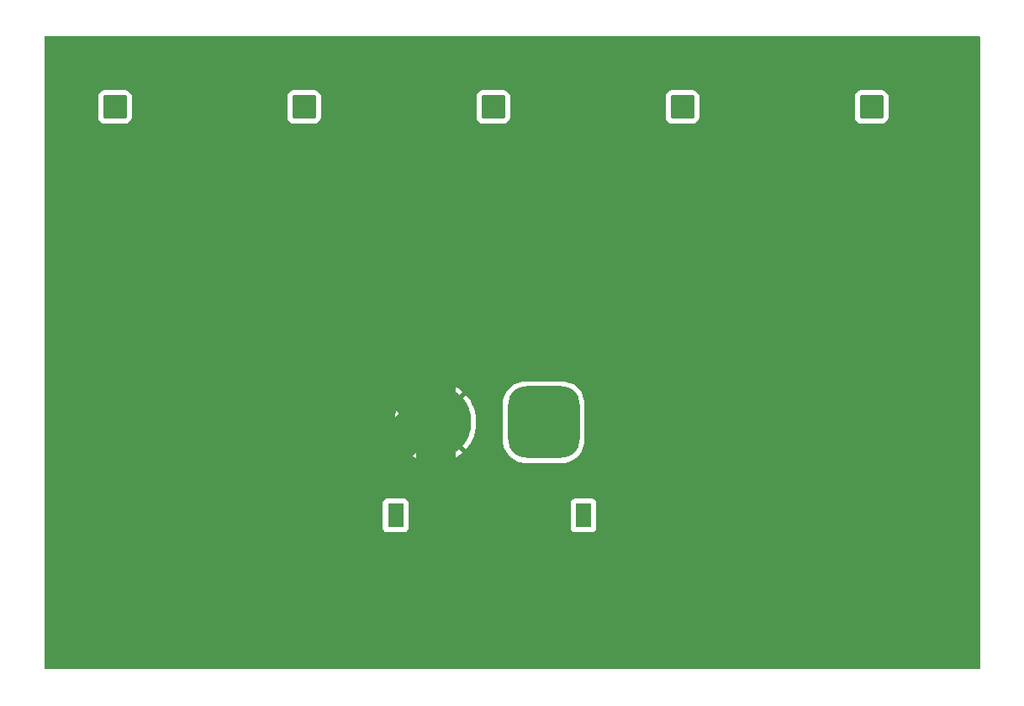
<source format=gbr>
%TF.GenerationSoftware,KiCad,Pcbnew,9.0.2*%
%TF.CreationDate,2025-08-22T13:53:24+02:00*%
%TF.ProjectId,PSU to buck,50535520-746f-4206-9275-636b2e6b6963,rev?*%
%TF.SameCoordinates,Original*%
%TF.FileFunction,Copper,L2,Bot*%
%TF.FilePolarity,Positive*%
%FSLAX46Y46*%
G04 Gerber Fmt 4.6, Leading zero omitted, Abs format (unit mm)*
G04 Created by KiCad (PCBNEW 9.0.2) date 2025-08-22 13:53:24*
%MOMM*%
%LPD*%
G01*
G04 APERTURE LIST*
G04 Aperture macros list*
%AMRoundRect*
0 Rectangle with rounded corners*
0 $1 Rounding radius*
0 $2 $3 $4 $5 $6 $7 $8 $9 X,Y pos of 4 corners*
0 Add a 4 corners polygon primitive as box body*
4,1,4,$2,$3,$4,$5,$6,$7,$8,$9,$2,$3,0*
0 Add four circle primitives for the rounded corners*
1,1,$1+$1,$2,$3*
1,1,$1+$1,$4,$5*
1,1,$1+$1,$6,$7*
1,1,$1+$1,$8,$9*
0 Add four rect primitives between the rounded corners*
20,1,$1+$1,$2,$3,$4,$5,0*
20,1,$1+$1,$4,$5,$6,$7,0*
20,1,$1+$1,$6,$7,$8,$9,0*
20,1,$1+$1,$8,$9,$2,$3,0*%
G04 Aperture macros list end*
%TA.AperFunction,ComponentPad*%
%ADD10RoundRect,1.800000X1.800000X1.800000X-1.800000X1.800000X-1.800000X-1.800000X1.800000X-1.800000X0*%
%TD*%
%TA.AperFunction,ComponentPad*%
%ADD11C,7.200000*%
%TD*%
%TA.AperFunction,ComponentPad*%
%ADD12R,1.600000X2.400000*%
%TD*%
%TA.AperFunction,ComponentPad*%
%ADD13RoundRect,0.250001X-0.949999X-0.949999X0.949999X-0.949999X0.949999X0.949999X-0.949999X0.949999X0*%
%TD*%
%TA.AperFunction,ComponentPad*%
%ADD14C,2.400000*%
%TD*%
%TA.AperFunction,Conductor*%
%ADD15C,4.000000*%
%TD*%
G04 APERTURE END LIST*
D10*
%TO.P,J1,1,Pin_1*%
%TO.N,+12V*%
X82550000Y-82550000D03*
D11*
%TO.P,J1,2,Pin_2*%
%TO.N,GND*%
X71650002Y-82550000D03*
D12*
%TO.P,J1,MP*%
%TO.N,N/C*%
X86550000Y-91950000D03*
X67650000Y-91950000D03*
%TD*%
D13*
%TO.P,J3,1,Pin_1*%
%TO.N,+12V*%
X58420000Y-50800000D03*
D14*
%TO.P,J3,2,Pin_2*%
%TO.N,GND*%
X63500000Y-50800000D03*
%TD*%
D13*
%TO.P,J6,1,Pin_1*%
%TO.N,+12V*%
X115570000Y-50800000D03*
D14*
%TO.P,J6,2,Pin_2*%
%TO.N,GND*%
X120650000Y-50800000D03*
%TD*%
D13*
%TO.P,J5,1,Pin_1*%
%TO.N,+12V*%
X96520000Y-50800000D03*
D14*
%TO.P,J5,2,Pin_2*%
%TO.N,GND*%
X101600000Y-50800000D03*
%TD*%
D13*
%TO.P,J2,1,Pin_1*%
%TO.N,+12V*%
X39370000Y-50800000D03*
D14*
%TO.P,J2,2,Pin_2*%
%TO.N,GND*%
X44450000Y-50800000D03*
%TD*%
D13*
%TO.P,J4,1,Pin_1*%
%TO.N,+12V*%
X77470000Y-50800000D03*
D14*
%TO.P,J4,2,Pin_2*%
%TO.N,GND*%
X82550000Y-50800000D03*
%TD*%
D15*
%TO.N,GND*%
X69850000Y-101600000D02*
X71650002Y-99799998D01*
X57150000Y-63500000D02*
X44450000Y-63500000D01*
X38100000Y-101600000D02*
X69850000Y-101600000D01*
X44450000Y-57150000D02*
X38100000Y-63500000D01*
X69850000Y-63500000D02*
X63500000Y-69850000D01*
X63500000Y-69850000D02*
X63500000Y-74399998D01*
X63500000Y-88900000D02*
X69850000Y-82550000D01*
X71650002Y-99799998D02*
X71650002Y-82550000D01*
X44450000Y-95250000D02*
X63500000Y-95250000D01*
X101600000Y-50800000D02*
X101600000Y-63500000D01*
X88900000Y-69850000D02*
X76200000Y-69850000D01*
X120650000Y-101600000D02*
X82550000Y-101600000D01*
X38100000Y-63500000D02*
X38100000Y-101600000D01*
X63500000Y-57150000D02*
X57150000Y-63500000D01*
X63500000Y-74399998D02*
X71650002Y-82550000D01*
X82550000Y-101600000D02*
X71650002Y-90700002D01*
X44450000Y-63500000D02*
X44450000Y-95250000D01*
X82550000Y-50800000D02*
X82550000Y-63500000D01*
X44450000Y-50800000D02*
X44450000Y-57150000D01*
X76200000Y-69850000D02*
X71650002Y-74399998D01*
X71650002Y-90700002D02*
X71650002Y-82550000D01*
X63500000Y-95250000D02*
X63500000Y-88900000D01*
X69850000Y-82550000D02*
X71650002Y-82550000D01*
X63500000Y-50800000D02*
X63500000Y-57150000D01*
X120650000Y-50800000D02*
X120650000Y-101600000D01*
X82550000Y-63500000D02*
X69850000Y-63500000D01*
X95250000Y-63500000D02*
X88900000Y-69850000D01*
X101600000Y-63500000D02*
X95250000Y-63500000D01*
X71650002Y-74399998D02*
X71650002Y-82550000D01*
%TD*%
%TA.AperFunction,Conductor*%
%TO.N,GND*%
G36*
X126442539Y-43700185D02*
G01*
X126488294Y-43752989D01*
X126499500Y-43804500D01*
X126499500Y-107325500D01*
X126479815Y-107392539D01*
X126427011Y-107438294D01*
X126375500Y-107449500D01*
X32374500Y-107449500D01*
X32307461Y-107429815D01*
X32261706Y-107377011D01*
X32250500Y-107325500D01*
X32250500Y-90702135D01*
X66349500Y-90702135D01*
X66349500Y-93197870D01*
X66349501Y-93197876D01*
X66355908Y-93257483D01*
X66406202Y-93392328D01*
X66406206Y-93392335D01*
X66492452Y-93507544D01*
X66492455Y-93507547D01*
X66607664Y-93593793D01*
X66607671Y-93593797D01*
X66742517Y-93644091D01*
X66742516Y-93644091D01*
X66749444Y-93644835D01*
X66802127Y-93650500D01*
X68497872Y-93650499D01*
X68557483Y-93644091D01*
X68692331Y-93593796D01*
X68807546Y-93507546D01*
X68893796Y-93392331D01*
X68944091Y-93257483D01*
X68950500Y-93197873D01*
X68950499Y-90702135D01*
X85249500Y-90702135D01*
X85249500Y-93197870D01*
X85249501Y-93197876D01*
X85255908Y-93257483D01*
X85306202Y-93392328D01*
X85306206Y-93392335D01*
X85392452Y-93507544D01*
X85392455Y-93507547D01*
X85507664Y-93593793D01*
X85507671Y-93593797D01*
X85642517Y-93644091D01*
X85642516Y-93644091D01*
X85649444Y-93644835D01*
X85702127Y-93650500D01*
X87397872Y-93650499D01*
X87457483Y-93644091D01*
X87592331Y-93593796D01*
X87707546Y-93507546D01*
X87793796Y-93392331D01*
X87844091Y-93257483D01*
X87850500Y-93197873D01*
X87850499Y-90702128D01*
X87844091Y-90642517D01*
X87793796Y-90507669D01*
X87793795Y-90507668D01*
X87793793Y-90507664D01*
X87707547Y-90392455D01*
X87707544Y-90392452D01*
X87592335Y-90306206D01*
X87592328Y-90306202D01*
X87457482Y-90255908D01*
X87457483Y-90255908D01*
X87397883Y-90249501D01*
X87397881Y-90249500D01*
X87397873Y-90249500D01*
X87397864Y-90249500D01*
X85702129Y-90249500D01*
X85702123Y-90249501D01*
X85642516Y-90255908D01*
X85507671Y-90306202D01*
X85507664Y-90306206D01*
X85392455Y-90392452D01*
X85392452Y-90392455D01*
X85306206Y-90507664D01*
X85306202Y-90507671D01*
X85255908Y-90642517D01*
X85249501Y-90702116D01*
X85249501Y-90702123D01*
X85249500Y-90702135D01*
X68950499Y-90702135D01*
X68950499Y-90702128D01*
X68944091Y-90642517D01*
X68893796Y-90507669D01*
X68893795Y-90507668D01*
X68893793Y-90507664D01*
X68807547Y-90392455D01*
X68807544Y-90392452D01*
X68692335Y-90306206D01*
X68692328Y-90306202D01*
X68557482Y-90255908D01*
X68557483Y-90255908D01*
X68497883Y-90249501D01*
X68497881Y-90249500D01*
X68497873Y-90249500D01*
X68497864Y-90249500D01*
X66802129Y-90249500D01*
X66802123Y-90249501D01*
X66742516Y-90255908D01*
X66607671Y-90306202D01*
X66607664Y-90306206D01*
X66492455Y-90392452D01*
X66492452Y-90392455D01*
X66406206Y-90507664D01*
X66406202Y-90507671D01*
X66355908Y-90642517D01*
X66349501Y-90702116D01*
X66349501Y-90702123D01*
X66349500Y-90702135D01*
X32250500Y-90702135D01*
X32250500Y-82348583D01*
X67550002Y-82348583D01*
X67550002Y-82751416D01*
X67589486Y-83152320D01*
X67668071Y-83547399D01*
X67668074Y-83547410D01*
X67785016Y-83932919D01*
X67939177Y-84305092D01*
X67939179Y-84305097D01*
X68129066Y-84660351D01*
X68129077Y-84660369D01*
X68352873Y-84995304D01*
X68352883Y-84995318D01*
X68577469Y-85268977D01*
X68577470Y-85268978D01*
X70141402Y-83705046D01*
X70218441Y-83805445D01*
X70394557Y-83981561D01*
X70494954Y-84058599D01*
X68931022Y-85622530D01*
X68931023Y-85622531D01*
X69204683Y-85847118D01*
X69204697Y-85847128D01*
X69539632Y-86070924D01*
X69539650Y-86070935D01*
X69894904Y-86260822D01*
X69894909Y-86260824D01*
X70267082Y-86414985D01*
X70652591Y-86531927D01*
X70652602Y-86531930D01*
X71047681Y-86610515D01*
X71448585Y-86650000D01*
X71851419Y-86650000D01*
X72252322Y-86610515D01*
X72647401Y-86531930D01*
X72647412Y-86531927D01*
X73032921Y-86414985D01*
X73405094Y-86260824D01*
X73405099Y-86260822D01*
X73760353Y-86070935D01*
X73760371Y-86070924D01*
X74095306Y-85847128D01*
X74095320Y-85847118D01*
X74368980Y-85622530D01*
X72805048Y-84058599D01*
X72905447Y-83981561D01*
X73081563Y-83805445D01*
X73158601Y-83705046D01*
X74722532Y-85268978D01*
X74947120Y-84995318D01*
X74947130Y-84995304D01*
X75170926Y-84660369D01*
X75170937Y-84660351D01*
X75360824Y-84305097D01*
X75360826Y-84305092D01*
X75514987Y-83932919D01*
X75631929Y-83547410D01*
X75631932Y-83547399D01*
X75710517Y-83152320D01*
X75750002Y-82751416D01*
X75750002Y-82348583D01*
X75710517Y-81947679D01*
X75631932Y-81552600D01*
X75631929Y-81552589D01*
X75514987Y-81167080D01*
X75360826Y-80794907D01*
X75360824Y-80794902D01*
X75326729Y-80731114D01*
X75296570Y-80674690D01*
X78449500Y-80674690D01*
X78449500Y-84425310D01*
X78464287Y-84650918D01*
X78464288Y-84650930D01*
X78523118Y-84946683D01*
X78523122Y-84946698D01*
X78620053Y-85232247D01*
X78620062Y-85232268D01*
X78753431Y-85502713D01*
X78753435Y-85502720D01*
X78920973Y-85753459D01*
X79119810Y-85980189D01*
X79346540Y-86179026D01*
X79597279Y-86346564D01*
X79597286Y-86346568D01*
X79867731Y-86479937D01*
X79867736Y-86479939D01*
X79867748Y-86479945D01*
X80153309Y-86576880D01*
X80322402Y-86610515D01*
X80449069Y-86635711D01*
X80449070Y-86635711D01*
X80449080Y-86635713D01*
X80674690Y-86650500D01*
X80674701Y-86650500D01*
X84425299Y-86650500D01*
X84425310Y-86650500D01*
X84650920Y-86635713D01*
X84946691Y-86576880D01*
X85232252Y-86479945D01*
X85502718Y-86346566D01*
X85753461Y-86179025D01*
X85980189Y-85980189D01*
X86179025Y-85753461D01*
X86346566Y-85502718D01*
X86479945Y-85232252D01*
X86576880Y-84946691D01*
X86635713Y-84650920D01*
X86650500Y-84425310D01*
X86650500Y-80674690D01*
X86635713Y-80449080D01*
X86576880Y-80153309D01*
X86479945Y-79867748D01*
X86461833Y-79831021D01*
X86346568Y-79597286D01*
X86346564Y-79597279D01*
X86179026Y-79346540D01*
X85980189Y-79119810D01*
X85753459Y-78920973D01*
X85502720Y-78753435D01*
X85502713Y-78753431D01*
X85232268Y-78620062D01*
X85232247Y-78620053D01*
X84946698Y-78523122D01*
X84946692Y-78523120D01*
X84946691Y-78523120D01*
X84946689Y-78523119D01*
X84946683Y-78523118D01*
X84650930Y-78464288D01*
X84650921Y-78464287D01*
X84650920Y-78464287D01*
X84425310Y-78449500D01*
X80674690Y-78449500D01*
X80449080Y-78464287D01*
X80449079Y-78464287D01*
X80449069Y-78464288D01*
X80153316Y-78523118D01*
X80153301Y-78523122D01*
X79867752Y-78620053D01*
X79867731Y-78620062D01*
X79597286Y-78753431D01*
X79597279Y-78753435D01*
X79346540Y-78920973D01*
X79119810Y-79119810D01*
X78920973Y-79346540D01*
X78753435Y-79597279D01*
X78753431Y-79597286D01*
X78620062Y-79867731D01*
X78620053Y-79867752D01*
X78523122Y-80153301D01*
X78523118Y-80153316D01*
X78464288Y-80449069D01*
X78464287Y-80449079D01*
X78464287Y-80449080D01*
X78449500Y-80674690D01*
X75296570Y-80674690D01*
X75170937Y-80439648D01*
X75170926Y-80439630D01*
X74947130Y-80104695D01*
X74947120Y-80104681D01*
X74722533Y-79831021D01*
X74722532Y-79831020D01*
X73158600Y-81394952D01*
X73081563Y-81294555D01*
X72905447Y-81118439D01*
X72805047Y-81041399D01*
X74368980Y-79477468D01*
X74368979Y-79477467D01*
X74095320Y-79252881D01*
X74095306Y-79252871D01*
X73760371Y-79029075D01*
X73760353Y-79029064D01*
X73405099Y-78839177D01*
X73405094Y-78839175D01*
X73032921Y-78685014D01*
X72647412Y-78568072D01*
X72647401Y-78568069D01*
X72252322Y-78489484D01*
X71851419Y-78450000D01*
X71448585Y-78450000D01*
X71047681Y-78489484D01*
X70652602Y-78568069D01*
X70652591Y-78568072D01*
X70267082Y-78685014D01*
X69894909Y-78839175D01*
X69894904Y-78839177D01*
X69539650Y-79029064D01*
X69539632Y-79029075D01*
X69204683Y-79252880D01*
X68931023Y-79477467D01*
X68931022Y-79477468D01*
X70494955Y-81041400D01*
X70394557Y-81118439D01*
X70218441Y-81294555D01*
X70141402Y-81394953D01*
X68577470Y-79831020D01*
X68577469Y-79831021D01*
X68352882Y-80104681D01*
X68129077Y-80439630D01*
X68129066Y-80439648D01*
X67939179Y-80794902D01*
X67939177Y-80794907D01*
X67785016Y-81167080D01*
X67668074Y-81552589D01*
X67668071Y-81552600D01*
X67589486Y-81947679D01*
X67550002Y-82348583D01*
X32250500Y-82348583D01*
X32250500Y-49799984D01*
X37669500Y-49799984D01*
X37669500Y-51800015D01*
X37680000Y-51902795D01*
X37680001Y-51902796D01*
X37735186Y-52069335D01*
X37735187Y-52069337D01*
X37827286Y-52218651D01*
X37827289Y-52218655D01*
X37951344Y-52342710D01*
X37951348Y-52342713D01*
X38100662Y-52434812D01*
X38100664Y-52434813D01*
X38100666Y-52434814D01*
X38267203Y-52489999D01*
X38369992Y-52500500D01*
X38369997Y-52500500D01*
X40370003Y-52500500D01*
X40370008Y-52500500D01*
X40472797Y-52489999D01*
X40639334Y-52434814D01*
X40788655Y-52342711D01*
X40912711Y-52218655D01*
X41004814Y-52069334D01*
X41059999Y-51902797D01*
X41070500Y-51800008D01*
X41070500Y-50688575D01*
X42750000Y-50688575D01*
X42750000Y-50911424D01*
X42779085Y-51132354D01*
X42779088Y-51132367D01*
X42836763Y-51347618D01*
X42922045Y-51553502D01*
X42922054Y-51553520D01*
X43033464Y-51746491D01*
X43033473Y-51746504D01*
X43084040Y-51812403D01*
X43084043Y-51812403D01*
X43734152Y-51162293D01*
X43741049Y-51178942D01*
X43828599Y-51309970D01*
X43940030Y-51421401D01*
X44071058Y-51508951D01*
X44087705Y-51515846D01*
X43437595Y-52165955D01*
X43437595Y-52165956D01*
X43503507Y-52216533D01*
X43696485Y-52327949D01*
X43696497Y-52327954D01*
X43902381Y-52413236D01*
X44117632Y-52470911D01*
X44117645Y-52470914D01*
X44338575Y-52500000D01*
X44561425Y-52500000D01*
X44782354Y-52470914D01*
X44782367Y-52470911D01*
X44997618Y-52413236D01*
X45203502Y-52327954D01*
X45203514Y-52327949D01*
X45396498Y-52216530D01*
X45462403Y-52165957D01*
X45462404Y-52165956D01*
X44812294Y-51515846D01*
X44828942Y-51508951D01*
X44959970Y-51421401D01*
X45071401Y-51309970D01*
X45158951Y-51178942D01*
X45165846Y-51162294D01*
X45815956Y-51812404D01*
X45815957Y-51812403D01*
X45866530Y-51746498D01*
X45977949Y-51553514D01*
X45977954Y-51553502D01*
X46063236Y-51347618D01*
X46120911Y-51132367D01*
X46120914Y-51132354D01*
X46150000Y-50911424D01*
X46150000Y-50688575D01*
X46120914Y-50467645D01*
X46120911Y-50467632D01*
X46063236Y-50252381D01*
X45977954Y-50046497D01*
X45977949Y-50046485D01*
X45869610Y-49858835D01*
X45866533Y-49853506D01*
X45825463Y-49799984D01*
X56719500Y-49799984D01*
X56719500Y-51800015D01*
X56730000Y-51902795D01*
X56730001Y-51902796D01*
X56785186Y-52069335D01*
X56785187Y-52069337D01*
X56877286Y-52218651D01*
X56877289Y-52218655D01*
X57001344Y-52342710D01*
X57001348Y-52342713D01*
X57150662Y-52434812D01*
X57150664Y-52434813D01*
X57150666Y-52434814D01*
X57317203Y-52489999D01*
X57419992Y-52500500D01*
X57419997Y-52500500D01*
X59420003Y-52500500D01*
X59420008Y-52500500D01*
X59522797Y-52489999D01*
X59689334Y-52434814D01*
X59838655Y-52342711D01*
X59962711Y-52218655D01*
X60054814Y-52069334D01*
X60109999Y-51902797D01*
X60120500Y-51800008D01*
X60120500Y-50688575D01*
X61800000Y-50688575D01*
X61800000Y-50911424D01*
X61829085Y-51132354D01*
X61829088Y-51132367D01*
X61886763Y-51347618D01*
X61972045Y-51553502D01*
X61972054Y-51553520D01*
X62083464Y-51746491D01*
X62083473Y-51746504D01*
X62134040Y-51812403D01*
X62134043Y-51812403D01*
X62784152Y-51162293D01*
X62791049Y-51178942D01*
X62878599Y-51309970D01*
X62990030Y-51421401D01*
X63121058Y-51508951D01*
X63137705Y-51515846D01*
X62487595Y-52165955D01*
X62487595Y-52165956D01*
X62553507Y-52216533D01*
X62746485Y-52327949D01*
X62746497Y-52327954D01*
X62952381Y-52413236D01*
X63167632Y-52470911D01*
X63167645Y-52470914D01*
X63388575Y-52500000D01*
X63611425Y-52500000D01*
X63832354Y-52470914D01*
X63832367Y-52470911D01*
X64047618Y-52413236D01*
X64253502Y-52327954D01*
X64253514Y-52327949D01*
X64446498Y-52216530D01*
X64512403Y-52165957D01*
X64512404Y-52165956D01*
X63862294Y-51515846D01*
X63878942Y-51508951D01*
X64009970Y-51421401D01*
X64121401Y-51309970D01*
X64208951Y-51178942D01*
X64215846Y-51162294D01*
X64865956Y-51812404D01*
X64865957Y-51812403D01*
X64916530Y-51746498D01*
X65027949Y-51553514D01*
X65027954Y-51553502D01*
X65113236Y-51347618D01*
X65170911Y-51132367D01*
X65170914Y-51132354D01*
X65200000Y-50911424D01*
X65200000Y-50688575D01*
X65170914Y-50467645D01*
X65170911Y-50467632D01*
X65113236Y-50252381D01*
X65027954Y-50046497D01*
X65027949Y-50046485D01*
X64919610Y-49858835D01*
X64916533Y-49853506D01*
X64875463Y-49799984D01*
X75769500Y-49799984D01*
X75769500Y-51800015D01*
X75780000Y-51902795D01*
X75780001Y-51902796D01*
X75835186Y-52069335D01*
X75835187Y-52069337D01*
X75927286Y-52218651D01*
X75927289Y-52218655D01*
X76051344Y-52342710D01*
X76051348Y-52342713D01*
X76200662Y-52434812D01*
X76200664Y-52434813D01*
X76200666Y-52434814D01*
X76367203Y-52489999D01*
X76469992Y-52500500D01*
X76469997Y-52500500D01*
X78470003Y-52500500D01*
X78470008Y-52500500D01*
X78572797Y-52489999D01*
X78739334Y-52434814D01*
X78888655Y-52342711D01*
X79012711Y-52218655D01*
X79104814Y-52069334D01*
X79159999Y-51902797D01*
X79170500Y-51800008D01*
X79170500Y-50688575D01*
X80850000Y-50688575D01*
X80850000Y-50911424D01*
X80879085Y-51132354D01*
X80879088Y-51132367D01*
X80936763Y-51347618D01*
X81022045Y-51553502D01*
X81022054Y-51553520D01*
X81133464Y-51746491D01*
X81133473Y-51746504D01*
X81184040Y-51812403D01*
X81184043Y-51812403D01*
X81834152Y-51162293D01*
X81841049Y-51178942D01*
X81928599Y-51309970D01*
X82040030Y-51421401D01*
X82171058Y-51508951D01*
X82187705Y-51515846D01*
X81537595Y-52165955D01*
X81537595Y-52165956D01*
X81603507Y-52216533D01*
X81796485Y-52327949D01*
X81796497Y-52327954D01*
X82002381Y-52413236D01*
X82217632Y-52470911D01*
X82217645Y-52470914D01*
X82438575Y-52500000D01*
X82661425Y-52500000D01*
X82882354Y-52470914D01*
X82882367Y-52470911D01*
X83097618Y-52413236D01*
X83303502Y-52327954D01*
X83303514Y-52327949D01*
X83496498Y-52216530D01*
X83562403Y-52165957D01*
X83562404Y-52165956D01*
X82912294Y-51515846D01*
X82928942Y-51508951D01*
X83059970Y-51421401D01*
X83171401Y-51309970D01*
X83258951Y-51178942D01*
X83265846Y-51162294D01*
X83915956Y-51812404D01*
X83915957Y-51812403D01*
X83966530Y-51746498D01*
X84077949Y-51553514D01*
X84077954Y-51553502D01*
X84163236Y-51347618D01*
X84220911Y-51132367D01*
X84220914Y-51132354D01*
X84250000Y-50911424D01*
X84250000Y-50688575D01*
X84220914Y-50467645D01*
X84220911Y-50467632D01*
X84163236Y-50252381D01*
X84077954Y-50046497D01*
X84077949Y-50046485D01*
X83969610Y-49858835D01*
X83966533Y-49853506D01*
X83925463Y-49799984D01*
X94819500Y-49799984D01*
X94819500Y-51800015D01*
X94830000Y-51902795D01*
X94830001Y-51902796D01*
X94885186Y-52069335D01*
X94885187Y-52069337D01*
X94977286Y-52218651D01*
X94977289Y-52218655D01*
X95101344Y-52342710D01*
X95101348Y-52342713D01*
X95250662Y-52434812D01*
X95250664Y-52434813D01*
X95250666Y-52434814D01*
X95417203Y-52489999D01*
X95519992Y-52500500D01*
X95519997Y-52500500D01*
X97520003Y-52500500D01*
X97520008Y-52500500D01*
X97622797Y-52489999D01*
X97789334Y-52434814D01*
X97938655Y-52342711D01*
X98062711Y-52218655D01*
X98154814Y-52069334D01*
X98209999Y-51902797D01*
X98220500Y-51800008D01*
X98220500Y-50688575D01*
X99900000Y-50688575D01*
X99900000Y-50911424D01*
X99929085Y-51132354D01*
X99929088Y-51132367D01*
X99986763Y-51347618D01*
X100072045Y-51553502D01*
X100072054Y-51553520D01*
X100183464Y-51746491D01*
X100183473Y-51746504D01*
X100234040Y-51812403D01*
X100234043Y-51812403D01*
X100884152Y-51162293D01*
X100891049Y-51178942D01*
X100978599Y-51309970D01*
X101090030Y-51421401D01*
X101221058Y-51508951D01*
X101237705Y-51515846D01*
X100587595Y-52165955D01*
X100587595Y-52165956D01*
X100653507Y-52216533D01*
X100846485Y-52327949D01*
X100846497Y-52327954D01*
X101052381Y-52413236D01*
X101267632Y-52470911D01*
X101267645Y-52470914D01*
X101488575Y-52500000D01*
X101711425Y-52500000D01*
X101932354Y-52470914D01*
X101932367Y-52470911D01*
X102147618Y-52413236D01*
X102353502Y-52327954D01*
X102353514Y-52327949D01*
X102546498Y-52216530D01*
X102612403Y-52165957D01*
X102612404Y-52165956D01*
X101962294Y-51515846D01*
X101978942Y-51508951D01*
X102109970Y-51421401D01*
X102221401Y-51309970D01*
X102308951Y-51178942D01*
X102315846Y-51162294D01*
X102965956Y-51812404D01*
X102965957Y-51812403D01*
X103016530Y-51746498D01*
X103127949Y-51553514D01*
X103127954Y-51553502D01*
X103213236Y-51347618D01*
X103270911Y-51132367D01*
X103270914Y-51132354D01*
X103300000Y-50911424D01*
X103300000Y-50688575D01*
X103270914Y-50467645D01*
X103270911Y-50467632D01*
X103213236Y-50252381D01*
X103127954Y-50046497D01*
X103127949Y-50046485D01*
X103019610Y-49858835D01*
X103016533Y-49853506D01*
X102975463Y-49799984D01*
X113869500Y-49799984D01*
X113869500Y-51800015D01*
X113880000Y-51902795D01*
X113880001Y-51902796D01*
X113935186Y-52069335D01*
X113935187Y-52069337D01*
X114027286Y-52218651D01*
X114027289Y-52218655D01*
X114151344Y-52342710D01*
X114151348Y-52342713D01*
X114300662Y-52434812D01*
X114300664Y-52434813D01*
X114300666Y-52434814D01*
X114467203Y-52489999D01*
X114569992Y-52500500D01*
X114569997Y-52500500D01*
X116570003Y-52500500D01*
X116570008Y-52500500D01*
X116672797Y-52489999D01*
X116839334Y-52434814D01*
X116988655Y-52342711D01*
X117112711Y-52218655D01*
X117204814Y-52069334D01*
X117259999Y-51902797D01*
X117270500Y-51800008D01*
X117270500Y-50688575D01*
X118950000Y-50688575D01*
X118950000Y-50911424D01*
X118979085Y-51132354D01*
X118979088Y-51132367D01*
X119036763Y-51347618D01*
X119122045Y-51553502D01*
X119122054Y-51553520D01*
X119233464Y-51746491D01*
X119233473Y-51746504D01*
X119284040Y-51812403D01*
X119284043Y-51812403D01*
X119934152Y-51162293D01*
X119941049Y-51178942D01*
X120028599Y-51309970D01*
X120140030Y-51421401D01*
X120271058Y-51508951D01*
X120287705Y-51515846D01*
X119637595Y-52165955D01*
X119637595Y-52165956D01*
X119703507Y-52216533D01*
X119896485Y-52327949D01*
X119896497Y-52327954D01*
X120102381Y-52413236D01*
X120317632Y-52470911D01*
X120317645Y-52470914D01*
X120538575Y-52500000D01*
X120761425Y-52500000D01*
X120982354Y-52470914D01*
X120982367Y-52470911D01*
X121197618Y-52413236D01*
X121403502Y-52327954D01*
X121403514Y-52327949D01*
X121596498Y-52216530D01*
X121662403Y-52165957D01*
X121662404Y-52165956D01*
X121012294Y-51515846D01*
X121028942Y-51508951D01*
X121159970Y-51421401D01*
X121271401Y-51309970D01*
X121358951Y-51178942D01*
X121365846Y-51162294D01*
X122015956Y-51812404D01*
X122015957Y-51812403D01*
X122066530Y-51746498D01*
X122177949Y-51553514D01*
X122177954Y-51553502D01*
X122263236Y-51347618D01*
X122320911Y-51132367D01*
X122320914Y-51132354D01*
X122350000Y-50911424D01*
X122350000Y-50688575D01*
X122320914Y-50467645D01*
X122320911Y-50467632D01*
X122263236Y-50252381D01*
X122177954Y-50046497D01*
X122177949Y-50046485D01*
X122066533Y-49853507D01*
X122015956Y-49787595D01*
X122015955Y-49787595D01*
X121365846Y-50437704D01*
X121358951Y-50421058D01*
X121271401Y-50290030D01*
X121159970Y-50178599D01*
X121028942Y-50091049D01*
X121012293Y-50084152D01*
X121662403Y-49434043D01*
X121662403Y-49434040D01*
X121596504Y-49383473D01*
X121596491Y-49383464D01*
X121403520Y-49272054D01*
X121403502Y-49272045D01*
X121197618Y-49186763D01*
X120982367Y-49129088D01*
X120982354Y-49129085D01*
X120761425Y-49100000D01*
X120538575Y-49100000D01*
X120317645Y-49129085D01*
X120317632Y-49129088D01*
X120102381Y-49186763D01*
X119896497Y-49272045D01*
X119896479Y-49272054D01*
X119703511Y-49383462D01*
X119637595Y-49434042D01*
X120287706Y-50084152D01*
X120271058Y-50091049D01*
X120140030Y-50178599D01*
X120028599Y-50290030D01*
X119941049Y-50421058D01*
X119934153Y-50437706D01*
X119284042Y-49787595D01*
X119233462Y-49853511D01*
X119122054Y-50046479D01*
X119122045Y-50046497D01*
X119036763Y-50252381D01*
X118979088Y-50467632D01*
X118979085Y-50467645D01*
X118950000Y-50688575D01*
X117270500Y-50688575D01*
X117270500Y-49799992D01*
X117259999Y-49697203D01*
X117204814Y-49530666D01*
X117112711Y-49381345D01*
X116988655Y-49257289D01*
X116988651Y-49257286D01*
X116839337Y-49165187D01*
X116839335Y-49165186D01*
X116756065Y-49137593D01*
X116672797Y-49110001D01*
X116672795Y-49110000D01*
X116570015Y-49099500D01*
X116570008Y-49099500D01*
X114569992Y-49099500D01*
X114569984Y-49099500D01*
X114467204Y-49110000D01*
X114467203Y-49110001D01*
X114300664Y-49165186D01*
X114300662Y-49165187D01*
X114151348Y-49257286D01*
X114151344Y-49257289D01*
X114027289Y-49381344D01*
X114027286Y-49381348D01*
X113935187Y-49530662D01*
X113935186Y-49530664D01*
X113880001Y-49697203D01*
X113880000Y-49697204D01*
X113869500Y-49799984D01*
X102975463Y-49799984D01*
X102965956Y-49787595D01*
X102965955Y-49787595D01*
X102315846Y-50437704D01*
X102308951Y-50421058D01*
X102221401Y-50290030D01*
X102109970Y-50178599D01*
X101978942Y-50091049D01*
X101962293Y-50084152D01*
X102612403Y-49434043D01*
X102612403Y-49434040D01*
X102546504Y-49383473D01*
X102546491Y-49383464D01*
X102353520Y-49272054D01*
X102353502Y-49272045D01*
X102147618Y-49186763D01*
X101932367Y-49129088D01*
X101932354Y-49129085D01*
X101711425Y-49100000D01*
X101488575Y-49100000D01*
X101267645Y-49129085D01*
X101267632Y-49129088D01*
X101052381Y-49186763D01*
X100846497Y-49272045D01*
X100846479Y-49272054D01*
X100653511Y-49383462D01*
X100587595Y-49434042D01*
X101237706Y-50084152D01*
X101221058Y-50091049D01*
X101090030Y-50178599D01*
X100978599Y-50290030D01*
X100891049Y-50421058D01*
X100884153Y-50437706D01*
X100234042Y-49787595D01*
X100183462Y-49853511D01*
X100072054Y-50046479D01*
X100072045Y-50046497D01*
X99986763Y-50252381D01*
X99929088Y-50467632D01*
X99929085Y-50467645D01*
X99900000Y-50688575D01*
X98220500Y-50688575D01*
X98220500Y-49799992D01*
X98209999Y-49697203D01*
X98154814Y-49530666D01*
X98062711Y-49381345D01*
X97938655Y-49257289D01*
X97938651Y-49257286D01*
X97789337Y-49165187D01*
X97789335Y-49165186D01*
X97706065Y-49137593D01*
X97622797Y-49110001D01*
X97622795Y-49110000D01*
X97520015Y-49099500D01*
X97520008Y-49099500D01*
X95519992Y-49099500D01*
X95519984Y-49099500D01*
X95417204Y-49110000D01*
X95417203Y-49110001D01*
X95250664Y-49165186D01*
X95250662Y-49165187D01*
X95101348Y-49257286D01*
X95101344Y-49257289D01*
X94977289Y-49381344D01*
X94977286Y-49381348D01*
X94885187Y-49530662D01*
X94885186Y-49530664D01*
X94830001Y-49697203D01*
X94830000Y-49697204D01*
X94819500Y-49799984D01*
X83925463Y-49799984D01*
X83915956Y-49787595D01*
X83915955Y-49787595D01*
X83265846Y-50437704D01*
X83258951Y-50421058D01*
X83171401Y-50290030D01*
X83059970Y-50178599D01*
X82928942Y-50091049D01*
X82912293Y-50084152D01*
X83562403Y-49434043D01*
X83562403Y-49434040D01*
X83496504Y-49383473D01*
X83496491Y-49383464D01*
X83303520Y-49272054D01*
X83303502Y-49272045D01*
X83097618Y-49186763D01*
X82882367Y-49129088D01*
X82882354Y-49129085D01*
X82661425Y-49100000D01*
X82438575Y-49100000D01*
X82217645Y-49129085D01*
X82217632Y-49129088D01*
X82002381Y-49186763D01*
X81796497Y-49272045D01*
X81796479Y-49272054D01*
X81603511Y-49383462D01*
X81537595Y-49434042D01*
X82187706Y-50084152D01*
X82171058Y-50091049D01*
X82040030Y-50178599D01*
X81928599Y-50290030D01*
X81841049Y-50421058D01*
X81834153Y-50437706D01*
X81184042Y-49787595D01*
X81133462Y-49853511D01*
X81022054Y-50046479D01*
X81022045Y-50046497D01*
X80936763Y-50252381D01*
X80879088Y-50467632D01*
X80879085Y-50467645D01*
X80850000Y-50688575D01*
X79170500Y-50688575D01*
X79170500Y-49799992D01*
X79159999Y-49697203D01*
X79104814Y-49530666D01*
X79012711Y-49381345D01*
X78888655Y-49257289D01*
X78888651Y-49257286D01*
X78739337Y-49165187D01*
X78739335Y-49165186D01*
X78656065Y-49137593D01*
X78572797Y-49110001D01*
X78572795Y-49110000D01*
X78470015Y-49099500D01*
X78470008Y-49099500D01*
X76469992Y-49099500D01*
X76469984Y-49099500D01*
X76367204Y-49110000D01*
X76367203Y-49110001D01*
X76200664Y-49165186D01*
X76200662Y-49165187D01*
X76051348Y-49257286D01*
X76051344Y-49257289D01*
X75927289Y-49381344D01*
X75927286Y-49381348D01*
X75835187Y-49530662D01*
X75835186Y-49530664D01*
X75780001Y-49697203D01*
X75780000Y-49697204D01*
X75769500Y-49799984D01*
X64875463Y-49799984D01*
X64865956Y-49787595D01*
X64865955Y-49787595D01*
X64215846Y-50437704D01*
X64208951Y-50421058D01*
X64121401Y-50290030D01*
X64009970Y-50178599D01*
X63878942Y-50091049D01*
X63862293Y-50084152D01*
X64512403Y-49434043D01*
X64512403Y-49434040D01*
X64446504Y-49383473D01*
X64446491Y-49383464D01*
X64253520Y-49272054D01*
X64253502Y-49272045D01*
X64047618Y-49186763D01*
X63832367Y-49129088D01*
X63832354Y-49129085D01*
X63611425Y-49100000D01*
X63388575Y-49100000D01*
X63167645Y-49129085D01*
X63167632Y-49129088D01*
X62952381Y-49186763D01*
X62746497Y-49272045D01*
X62746479Y-49272054D01*
X62553511Y-49383462D01*
X62487595Y-49434042D01*
X63137706Y-50084152D01*
X63121058Y-50091049D01*
X62990030Y-50178599D01*
X62878599Y-50290030D01*
X62791049Y-50421058D01*
X62784153Y-50437706D01*
X62134042Y-49787595D01*
X62083462Y-49853511D01*
X61972054Y-50046479D01*
X61972045Y-50046497D01*
X61886763Y-50252381D01*
X61829088Y-50467632D01*
X61829085Y-50467645D01*
X61800000Y-50688575D01*
X60120500Y-50688575D01*
X60120500Y-49799992D01*
X60109999Y-49697203D01*
X60054814Y-49530666D01*
X59962711Y-49381345D01*
X59838655Y-49257289D01*
X59838651Y-49257286D01*
X59689337Y-49165187D01*
X59689335Y-49165186D01*
X59606065Y-49137593D01*
X59522797Y-49110001D01*
X59522795Y-49110000D01*
X59420015Y-49099500D01*
X59420008Y-49099500D01*
X57419992Y-49099500D01*
X57419984Y-49099500D01*
X57317204Y-49110000D01*
X57317203Y-49110001D01*
X57150664Y-49165186D01*
X57150662Y-49165187D01*
X57001348Y-49257286D01*
X57001344Y-49257289D01*
X56877289Y-49381344D01*
X56877286Y-49381348D01*
X56785187Y-49530662D01*
X56785186Y-49530664D01*
X56730001Y-49697203D01*
X56730000Y-49697204D01*
X56719500Y-49799984D01*
X45825463Y-49799984D01*
X45815956Y-49787595D01*
X45815955Y-49787595D01*
X45165846Y-50437704D01*
X45158951Y-50421058D01*
X45071401Y-50290030D01*
X44959970Y-50178599D01*
X44828942Y-50091049D01*
X44812293Y-50084152D01*
X45462403Y-49434043D01*
X45462403Y-49434040D01*
X45396504Y-49383473D01*
X45396491Y-49383464D01*
X45203520Y-49272054D01*
X45203502Y-49272045D01*
X44997618Y-49186763D01*
X44782367Y-49129088D01*
X44782354Y-49129085D01*
X44561425Y-49100000D01*
X44338575Y-49100000D01*
X44117645Y-49129085D01*
X44117632Y-49129088D01*
X43902381Y-49186763D01*
X43696497Y-49272045D01*
X43696479Y-49272054D01*
X43503511Y-49383462D01*
X43437595Y-49434042D01*
X44087706Y-50084152D01*
X44071058Y-50091049D01*
X43940030Y-50178599D01*
X43828599Y-50290030D01*
X43741049Y-50421058D01*
X43734153Y-50437706D01*
X43084042Y-49787595D01*
X43033462Y-49853511D01*
X42922054Y-50046479D01*
X42922045Y-50046497D01*
X42836763Y-50252381D01*
X42779088Y-50467632D01*
X42779085Y-50467645D01*
X42750000Y-50688575D01*
X41070500Y-50688575D01*
X41070500Y-49799992D01*
X41059999Y-49697203D01*
X41004814Y-49530666D01*
X40912711Y-49381345D01*
X40788655Y-49257289D01*
X40788651Y-49257286D01*
X40639337Y-49165187D01*
X40639335Y-49165186D01*
X40556065Y-49137593D01*
X40472797Y-49110001D01*
X40472795Y-49110000D01*
X40370015Y-49099500D01*
X40370008Y-49099500D01*
X38369992Y-49099500D01*
X38369984Y-49099500D01*
X38267204Y-49110000D01*
X38267203Y-49110001D01*
X38100664Y-49165186D01*
X38100662Y-49165187D01*
X37951348Y-49257286D01*
X37951344Y-49257289D01*
X37827289Y-49381344D01*
X37827286Y-49381348D01*
X37735187Y-49530662D01*
X37735186Y-49530664D01*
X37680001Y-49697203D01*
X37680000Y-49697204D01*
X37669500Y-49799984D01*
X32250500Y-49799984D01*
X32250500Y-43804500D01*
X32270185Y-43737461D01*
X32322989Y-43691706D01*
X32374500Y-43680500D01*
X126375500Y-43680500D01*
X126442539Y-43700185D01*
G37*
%TD.AperFunction*%
%TD*%
M02*

</source>
